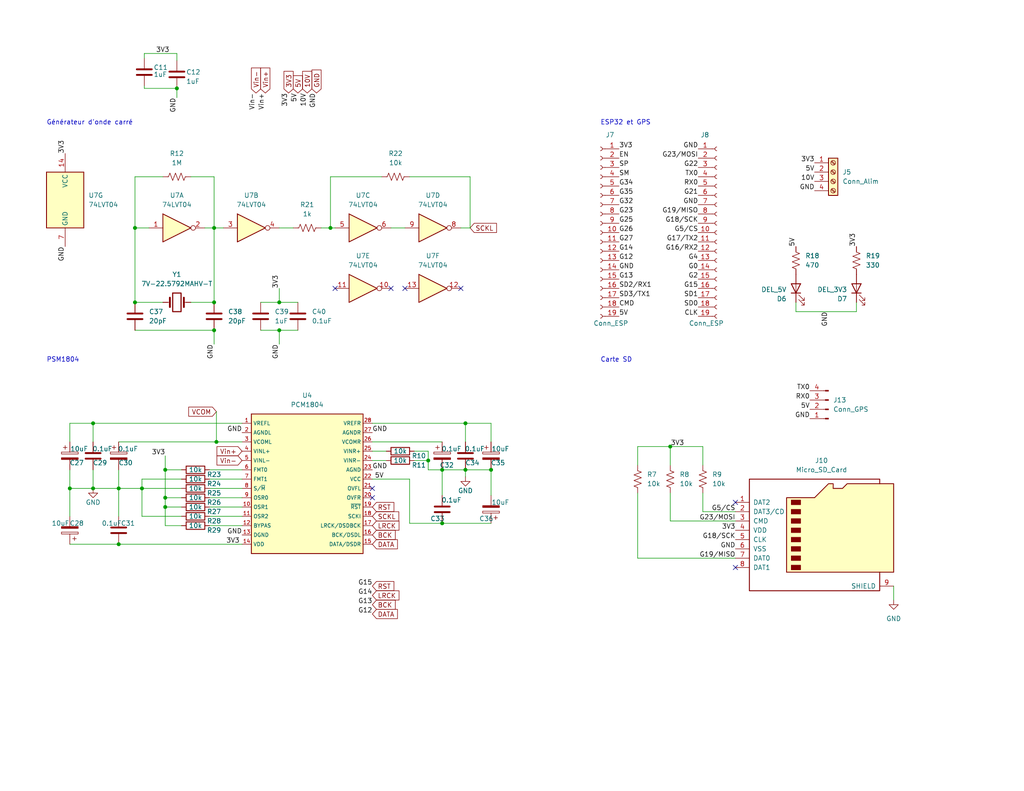
<source format=kicad_sch>
(kicad_sch (version 20211123) (generator eeschema)
  (paper "USLetter")
  (title_block (title "Ecou-Terre_PCB") (date "2023-01-23") (rev "v0") (company "CRIFA") (comment 1 "Eric Gingras") (comment 2 "Jacob Turcotte"))
  (lib_symbols
    (symbol "74xx:74HC04"
      (property "Reference" "U" (at 0 1.27 0))
      (property "Value" "74HC04" (at 0 -1.27 0))
      (symbol "74HC04_1_0"
        (polyline (pts (xy -3.81 3.81) (xy -3.81 -3.81) (xy 3.81 0) (xy -3.81 3.81)) (stroke (width 0.254)) (fill (type background)))
        (pin input line (at -7.62 0 0) (length 3.81) (name "~") (number "1"))
        (pin output inverted (at 7.62 0 180) (length 3.81) (name "~") (number "2"))
      )
      (symbol "74HC04_2_0"
        (polyline (pts (xy -3.81 3.81) (xy -3.81 -3.81) (xy 3.81 0) (xy -3.81 3.81)) (stroke (width 0.254)) (fill (type background)))
        (pin input line (at -7.62 0 0) (length 3.81) (name "~") (number "3"))
        (pin output inverted (at 7.62 0 180) (length 3.81) (name "~") (number "4"))
      )
      (symbol "74HC04_3_0"
        (polyline (pts (xy -3.81 3.81) (xy -3.81 -3.81) (xy 3.81 0) (xy -3.81 3.81)) (stroke (width 0.254)) (fill (type background)))
        (pin input line (at -7.62 0 0) (length 3.81) (name "~") (number "5"))
        (pin output inverted (at 7.62 0 180) (length 3.81) (name "~") (number "6"))
      )
      (symbol "74HC04_4_0"
        (polyline (pts (xy -3.81 3.81) (xy -3.81 -3.81) (xy 3.81 0) (xy -3.81 3.81)) (stroke (width 0.254)) (fill (type background)))
        (pin output inverted (at 7.62 0 180) (length 3.81) (name "~") (number "8"))
        (pin input line (at -7.62 0 0) (length 3.81) (name "~") (number "9"))
      )
      (symbol "74HC04_5_0"
        (polyline (pts (xy -3.81 3.81) (xy -3.81 -3.81) (xy 3.81 0) (xy -3.81 3.81)) (stroke (width 0.254)) (fill (type background)))
        (pin output inverted (at 7.62 0 180) (length 3.81) (name "~") (number "10"))
        (pin input line (at -7.62 0 0) (length 3.81) (name "~") (number "11"))
      )
      (symbol "74HC04_6_0"
        (polyline (pts (xy -3.81 3.81) (xy -3.81 -3.81) (xy 3.81 0) (xy -3.81 3.81)) (stroke (width 0.254)) (fill (type background)))
        (pin output inverted (at 7.62 0 180) (length 3.81) (name "~") (number "12"))
        (pin input line (at -7.62 0 0) (length 3.81) (name "~") (number "13"))
      )
      (symbol "74HC04_7_0"
        (pin power_in line (at 0 12.7 270) (length 5.08) (name "VCC") (number "14"))
        (pin power_in line (at 0 -12.7 90) (length 5.08) (name "GND") (number "7"))
      )
      (symbol "74HC04_7_1"
        (rectangle (start -5.08 7.62) (end 5.08 -7.62) (stroke (width 0.254)) (fill (type background)))
      )
    )
    (symbol "Connector:Conn_01x04_Male" (pin_names (offset 1.016) hide)
      (property "Reference" "J" (at 0 5.08 0))
      (property "Value" "Conn_01x04_Male" (at 0 -7.62 0))
      (symbol "Conn_01x04_Male_1_1"
        (polyline (pts (xy 1.27 -5.08) (xy 0.8636 -5.08)) (stroke (width 0.1524)))
        (polyline (pts (xy 1.27 -2.54) (xy 0.8636 -2.54)) (stroke (width 0.1524)))
        (polyline (pts (xy 1.27 0) (xy 0.8636 0)) (stroke (width 0.1524)))
        (polyline (pts (xy 1.27 2.54) (xy 0.8636 2.54)) (stroke (width 0.1524)))
        (rectangle (start 0.8636 -4.953) (end 0 -5.207) (stroke (width 0.1524)) (fill (type outline)))
        (rectangle (start 0.8636 -2.413) (end 0 -2.667) (stroke (width 0.1524)) (fill (type outline)))
        (rectangle (start 0.8636 0.127) (end 0 -0.127) (stroke (width 0.1524)) (fill (type outline)))
        (rectangle (start 0.8636 2.667) (end 0 2.413) (stroke (width 0.1524)) (fill (type outline)))
        (pin passive line (at 5.08 2.54 180) (length 3.81) (name "Pin_1") (number "1"))
        (pin passive line (at 5.08 0 180) (length 3.81) (name "Pin_2") (number "2"))
        (pin passive line (at 5.08 -2.54 180) (length 3.81) (name "Pin_3") (number "3"))
        (pin passive line (at 5.08 -5.08 180) (length 3.81) (name "Pin_4") (number "4"))
      )
    )
    (symbol "Connector:Conn_01x19_Female" (pin_names (offset 1.016) hide)
      (property "Reference" "J" (at 0 25.4 0))
      (property "Value" "Conn_01x19_Female" (at 0 -25.4 0))
      (symbol "Conn_01x19_Female_1_1"
        (arc (start 0 -22.352) (mid -0.508 -22.86) (end 0 -23.368) (stroke (width 0.1524)))
        (arc (start 0 -19.812) (mid -0.508 -20.32) (end 0 -20.828) (stroke (width 0.1524)))
        (arc (start 0 -17.272) (mid -0.508 -17.78) (end 0 -18.288) (stroke (width 0.1524)))
        (arc (start 0 -14.732) (mid -0.508 -15.24) (end 0 -15.748) (stroke (width 0.1524)))
        (arc (start 0 -12.192) (mid -0.508 -12.7) (end 0 -13.208) (stroke (width 0.1524)))
        (arc (start 0 -9.652) (mid -0.508 -10.16) (end 0 -10.668) (stroke (width 0.1524)))
        (arc (start 0 -7.112) (mid -0.508 -7.62) (end 0 -8.128) (stroke (width 0.1524)))
        (arc (start 0 -4.572) (mid -0.508 -5.08) (end 0 -5.588) (stroke (width 0.1524)))
        (arc (start 0 -2.032) (mid -0.508 -2.54) (end 0 -3.048) (stroke (width 0.1524)))
        (polyline (pts (xy -1.27 -22.86) (xy -0.508 -22.86)) (stroke (width 0.1524)))
        (polyline (pts (xy -1.27 -20.32) (xy -0.508 -20.32)) (stroke (width 0.1524)))
        (polyline (pts (xy -1.27 -17.78) (xy -0.508 -17.78)) (stroke (width 0.1524)))
        (polyline (pts (xy -1.27 -15.24) (xy -0.508 -15.24)) (stroke (width 0.1524)))
        (polyline (pts (xy -1.27 -12.7) (xy -0.508 -12.7)) (stroke (width 0.1524)))
        (polyline (pts (xy -1.27 -10.16) (xy -0.508 -10.16)) (stroke (width 0.1524)))
        (polyline (pts (xy -1.27 -7.62) (xy -0.508 -7.62)) (stroke (width 0.1524)))
        (polyline (pts (xy -1.27 -5.08) (xy -0.508 -5.08)) (stroke (width 0.1524)))
        (polyline (pts (xy -1.27 -2.54) (xy -0.508 -2.54)) (stroke (width 0.1524)))
        (polyline (pts (xy -1.27 0) (xy -0.508 0)) (stroke (width 0.1524)))
        (polyline (pts (xy -1.27 2.54) (xy -0.508 2.54)) (stroke (width 0.1524)))
        (polyline (pts (xy -1.27 5.08) (xy -0.508 5.08)) (stroke (width 0.1524)))
        (polyline (pts (xy -1.27 7.62) (xy -0.508 7.62)) (stroke (width 0.1524)))
        (polyline (pts (xy -1.27 10.16) (xy -0.508 10.16)) (stroke (width 0.1524)))
        (polyline (pts (xy -1.27 12.7) (xy -0.508 12.7)) (stroke (width 0.1524)))
        (polyline (pts (xy -1.27 15.24) (xy -0.508 15.24)) (stroke (width 0.1524)))
        (polyline (pts (xy -1.27 17.78) (xy -0.508 17.78)) (stroke (width 0.1524)))
        (polyline (pts (xy -1.27 20.32) (xy -0.508 20.32)) (stroke (width 0.1524)))
        (polyline (pts (xy -1.27 22.86) (xy -0.508 22.86)) (stroke (width 0.1524)))
        (arc (start 0 0.508) (mid -0.508 0) (end 0 -0.508) (stroke (width 0.1524)))
        (arc (start 0 3.048) (mid -0.508 2.54) (end 0 2.032) (stroke (width 0.1524)))
        (arc (start 0 5.588) (mid -0.508 5.08) (end 0 4.572) (stroke (width 0.1524)))
        (arc (start 0 8.128) (mid -0.508 7.62) (end 0 7.112) (stroke (width 0.1524)))
        (arc (start 0 10.668) (mid -0.508 10.16) (end 0 9.652) (stroke (width 0.1524)))
        (arc (start 0 13.208) (mid -0.508 12.7) (end 0 12.192) (stroke (width 0.1524)))
        (arc (start 0 15.748) (mid -0.508 15.24) (end 0 14.732) (stroke (width 0.1524)))
        (arc (start 0 18.288) (mid -0.508 17.78) (end 0 17.272) (stroke (width 0.1524)))
        (arc (start 0 20.828) (mid -0.508 20.32) (end 0 19.812) (stroke (width 0.1524)))
        (arc (start 0 23.368) (mid -0.508 22.86) (end 0 22.352) (stroke (width 0.1524)))
        (pin passive line (at -5.08 22.86 0) (length 3.81) (name "Pin_1") (number "1"))
        (pin passive line (at -5.08 0 0) (length 3.81) (name "Pin_10") (number "10"))
        (pin passive line (at -5.08 -2.54 0) (length 3.81) (name "Pin_11") (number "11"))
        (pin passive line (at -5.08 -5.08 0) (length 3.81) (name "Pin_12") (number "12"))
        (pin passive line (at -5.08 -7.62 0) (length 3.81) (name "Pin_13") (number "13"))
        (pin passive line (at -5.08 -10.16 0) (length 3.81) (name "Pin_14") (number "14"))
        (pin passive line (at -5.08 -12.7 0) (length 3.81) (name "Pin_15") (number "15"))
        (pin passive line (at -5.08 -15.24 0) (length 3.81) (name "Pin_16") (number "16"))
        (pin passive line (at -5.08 -17.78 0) (length 3.81) (name "Pin_17") (number "17"))
        (pin passive line (at -5.08 -20.32 0) (length 3.81) (name "Pin_18") (number "18"))
        (pin passive line (at -5.08 -22.86 0) (length 3.81) (name "Pin_19") (number "19"))
        (pin passive line (at -5.08 20.32 0) (length 3.81) (name "Pin_2") (number "2"))
        (pin passive line (at -5.08 17.78 0) (length 3.81) (name "Pin_3") (number "3"))
        (pin passive line (at -5.08 15.24 0) (length 3.81) (name "Pin_4") (number "4"))
        (pin passive line (at -5.08 12.7 0) (length 3.81) (name "Pin_5") (number "5"))
        (pin passive line (at -5.08 10.16 0) (length 3.81) (name "Pin_6") (number "6"))
        (pin passive line (at -5.08 7.62 0) (length 3.81) (name "Pin_7") (number "7"))
        (pin passive line (at -5.08 5.08 0) (length 3.81) (name "Pin_8") (number "8"))
        (pin passive line (at -5.08 2.54 0) (length 3.81) (name "Pin_9") (number "9"))
      )
    )
    (symbol "Connector:Micro_SD_Card" (pin_names (offset 1.016))
      (property "Reference" "J10" (at 0.635 19.05 0))
      (property "Value" "Micro_SD_Card" (at 0.635 16.51 0))
      (symbol "Micro_SD_Card_0_1"
        (rectangle (start -7.62 -9.525) (end -5.08 -10.795) (fill (type outline)))
        (rectangle (start -7.62 -6.985) (end -5.08 -8.255) (fill (type outline)))
        (rectangle (start -7.62 -4.445) (end -5.08 -5.715) (fill (type outline)))
        (rectangle (start -7.62 -1.905) (end -5.08 -3.175) (fill (type outline)))
        (rectangle (start -7.62 0.635) (end -5.08 -0.635) (fill (type outline)))
        (rectangle (start -7.62 3.175) (end -5.08 1.905) (fill (type outline)))
        (rectangle (start -7.62 5.715) (end -5.08 4.445) (fill (type outline)))
        (rectangle (start -7.62 8.255) (end -5.08 6.985) (fill (type outline)))
        (polyline (pts (xy 16.51 12.7) (xy 16.51 13.97) (xy -19.05 13.97) (xy -19.05 -16.51) (xy 16.51 -16.51) (xy 16.51 -11.43)) (stroke (width 0.254)))
        (polyline (pts (xy -8.89 -11.43) (xy -8.89 8.89) (xy -1.27 8.89) (xy 2.54 12.7) (xy 3.81 12.7) (xy 3.81 11.43) (xy 6.35 11.43) (xy 7.62 12.7) (xy 20.32 12.7) (xy 20.32 -11.43) (xy -8.89 -11.43)) (stroke (width 0.254)) (fill (type background)))
      )
      (symbol "Micro_SD_Card_1_1"
        (pin bidirectional line (at -22.86 7.62 0) (length 3.81) (name "DAT2") (number "1"))
        (pin bidirectional line (at -22.86 5.08 0) (length 3.81) (name "DAT3/CD") (number "2"))
        (pin input line (at -22.86 2.54 0) (length 3.81) (name "CMD") (number "3"))
        (pin power_in line (at -22.86 0 0) (length 3.81) (name "VDD") (number "4"))
        (pin input line (at -22.86 -2.54 0) (length 3.81) (name "CLK") (number "5"))
        (pin input line (at -22.86 -5.08 0) (length 3.81) (name "VSS") (number "6"))
        (pin bidirectional line (at -22.86 -7.62 0) (length 3.81) (name "DAT0") (number "7"))
        (pin bidirectional line (at -22.86 -10.16 0) (length 3.81) (name "DAT1") (number "8"))
        (pin passive line (at 20.32 -15.24 180) (length 3.81) (name "SHIELD") (number "9"))
      )
    )
    (symbol "Connector:Screw_Terminal_01x04" (pin_names (offset 1.016) hide)
      (property "Reference" "J" (at 0 5.08 0))
      (property "Value" "Screw_Terminal_01x04" (at 0 -7.62 0))
      (symbol "Screw_Terminal_01x04_1_1"
        (rectangle (start -1.27 3.81) (end 1.27 -6.35) (stroke (width 0.254)) (fill (type background)))
        (circle (center 0 -5.08) (radius 0.635) (stroke (width 0.1524)))
        (circle (center 0 -2.54) (radius 0.635) (stroke (width 0.1524)))
        (polyline (pts (xy -0.5334 -4.7498) (xy 0.3302 -5.588)) (stroke (width 0.1524)))
        (polyline (pts (xy -0.5334 -2.2098) (xy 0.3302 -3.048)) (stroke (width 0.1524)))
        (polyline (pts (xy -0.5334 0.3302) (xy 0.3302 -0.508)) (stroke (width 0.1524)))
        (polyline (pts (xy -0.5334 2.8702) (xy 0.3302 2.032)) (stroke (width 0.1524)))
        (polyline (pts (xy -0.3556 -4.572) (xy 0.508 -5.4102)) (stroke (width 0.1524)))
        (polyline (pts (xy -0.3556 -2.032) (xy 0.508 -2.8702)) (stroke (width 0.1524)))
        (polyline (pts (xy -0.3556 0.508) (xy 0.508 -0.3302)) (stroke (width 0.1524)))
        (polyline (pts (xy -0.3556 3.048) (xy 0.508 2.2098)) (stroke (width 0.1524)))
        (circle (center 0 0) (radius 0.635) (stroke (width 0.1524)))
        (circle (center 0 2.54) (radius 0.635) (stroke (width 0.1524)))
        (pin passive line (at -5.08 2.54 0) (length 3.81) (name "Pin_1") (number "1"))
        (pin passive line (at -5.08 0 0) (length 3.81) (name "Pin_2") (number "2"))
        (pin passive line (at -5.08 -2.54 0) (length 3.81) (name "Pin_3") (number "3"))
        (pin passive line (at -5.08 -5.08 0) (length 3.81) (name "Pin_4") (number "4"))
      )
    )
    (symbol "Device:C" (pin_numbers hide) (pin_names (offset 0.254))
      (property "Reference" "C" (at 0.635 2.54 0))
      (property "Value" "C" (at 0.635 -2.54 0))
      (symbol "C_0_1"
        (polyline (pts (xy -2.032 -0.762) (xy 2.032 -0.762)) (stroke (width 0.508)))
        (polyline (pts (xy -2.032 0.762) (xy 2.032 0.762)) (stroke (width 0.508)))
      )
      (symbol "C_1_1"
        (pin passive line (at 0 3.81 270) (length 2.794) (name "~") (number "1"))
        (pin passive line (at 0 -3.81 90) (length 2.794) (name "~") (number "2"))
      )
    )
    (symbol "Device:C_Polarized" (pin_numbers hide) (pin_names (offset 0.254))
      (property "Reference" "C" (at 0.635 2.54 0))
      (property "Value" "C_Polarized" (at 0.635 -2.54 0))
      (symbol "C_Polarized_0_1"
        (rectangle (start -2.286 0.508) (end 2.286 1.016))
        (polyline (pts (xy -1.778 2.286) (xy -0.762 2.286)))
        (polyline (pts (xy -1.27 2.794) (xy -1.27 1.778)))
        (rectangle (start 2.286 -0.508) (end -2.286 -1.016) (fill (type outline)))
      )
      (symbol "C_Polarized_1_1"
        (pin passive line (at 0 3.81 270) (length 2.794) (name "~") (number "1"))
        (pin passive line (at 0 -3.81 90) (length 2.794) (name "~") (number "2"))
      )
    )
    (symbol "Device:Crystal" (pin_numbers hide) (pin_names (offset 1.016) hide)
      (property "Reference" "Y" (at 0 3.81 0))
      (property "Value" "Crystal" (at 0 -3.81 0))
      (symbol "Crystal_0_1"
        (rectangle (start -1.143 2.54) (end 1.143 -2.54) (stroke (width 0.3048)))
        (polyline (pts (xy -2.54 0) (xy -1.905 0)))
        (polyline (pts (xy -1.905 -1.27) (xy -1.905 1.27)) (stroke (width 0.508)))
        (polyline (pts (xy 1.905 -1.27) (xy 1.905 1.27)) (stroke (width 0.508)))
        (polyline (pts (xy 2.54 0) (xy 1.905 0)))
      )
      (symbol "Crystal_1_1"
        (pin passive line (at -3.81 0 0) (length 1.27) (name "1") (number "1"))
        (pin passive line (at 3.81 0 180) (length 1.27) (name "2") (number "2"))
      )
    )
    (symbol "Device:LED" (pin_numbers hide) (pin_names (offset 1.016) hide)
      (property "Reference" "D" (at 0 2.54 0))
      (property "Value" "LED" (at 0 -2.54 0))
      (symbol "LED_0_1"
        (polyline (pts (xy -1.27 -1.27) (xy -1.27 1.27)) (stroke (width 0.254)))
        (polyline (pts (xy -1.27 0) (xy 1.27 0)))
        (polyline (pts (xy 1.27 -1.27) (xy 1.27 1.27) (xy -1.27 0) (xy 1.27 -1.27)) (stroke (width 0.254)))
        (polyline (pts (xy -3.048 -0.762) (xy -4.572 -2.286) (xy -3.81 -2.286) (xy -4.572 -2.286) (xy -4.572 -1.524)))
        (polyline (pts (xy -1.778 -0.762) (xy -3.302 -2.286) (xy -2.54 -2.286) (xy -3.302 -2.286) (xy -3.302 -1.524)))
      )
      (symbol "LED_1_1"
        (pin passive line (at -3.81 0 0) (length 2.54) (name "K") (number "1"))
        (pin passive line (at 3.81 0 180) (length 2.54) (name "A") (number "2"))
      )
    )
    (symbol "Device:R" (pin_numbers hide) (pin_names (offset 0))
      (property "Reference" "R" (at 2.032 0 90))
      (property "Value" "R" (at 0 0 90))
      (symbol "R_0_1"
        (rectangle (start -1.016 -2.54) (end 1.016 2.54) (stroke (width 0.254)))
      )
      (symbol "R_1_1"
        (pin passive line (at 0 3.81 270) (length 1.27) (name "~") (number "1"))
        (pin passive line (at 0 -3.81 90) (length 1.27) (name "~") (number "2"))
      )
    )
    (symbol "Device:R_US" (pin_numbers hide) (pin_names (offset 0))
      (property "Reference" "R" (at 2.54 0 90))
      (property "Value" "R_US" (at -2.54 0 90))
      (symbol "R_US_0_1"
        (polyline (pts (xy 0 -2.286) (xy 0 -2.54)))
        (polyline (pts (xy 0 2.286) (xy 0 2.54)))
        (polyline (pts (xy 0 -0.762) (xy 1.016 -1.143) (xy 0 -1.524) (xy -1.016 -1.905) (xy 0 -2.286)))
        (polyline (pts (xy 0 0.762) (xy 1.016 0.381) (xy 0 0) (xy -1.016 -0.381) (xy 0 -0.762)))
        (polyline (pts (xy 0 2.286) (xy 1.016 1.905) (xy 0 1.524) (xy -1.016 1.143) (xy 0 0.762)))
      )
      (symbol "R_US_1_1"
        (pin passive line (at 0 3.81 270) (length 1.27) (name "~") (number "1"))
        (pin passive line (at 0 -3.81 90) (length 1.27) (name "~") (number "2"))
      )
    )
    (symbol "PCM1804:PCM1804"
      (property "Reference" "U" (at 0 0 0))
      (property "Value" "PCM1804" (at 0 -40.64 0))
      (symbol "PCM1804_0_0"
        (rectangle (start -15.24 -39.37) (end 15.24 -1.27) (stroke (width 0.254)) (fill (type background)))
        (pin input line (at -17.78 -3.81 0) (length 2.54) (name "VREFL") (number "1"))
        (pin input line (at -17.78 -26.67 0) (length 2.54) (name "OSR1") (number "10"))
        (pin input line (at -17.78 -29.21 0) (length 2.54) (name "OSR2") (number "11"))
        (pin input line (at -17.78 -31.75 0) (length 2.54) (name "BYPAS") (number "12"))
        (pin input line (at -17.78 -34.29 0) (length 2.54) (name "DGND") (number "13"))
        (pin input line (at -17.78 -36.83 0) (length 2.54) (name "VDD") (number "14"))
        (pin output line (at 17.78 -36.83 180) (length 2.54) (name "DATA/DSDR") (number "15"))
        (pin bidirectional line (at 17.78 -34.29 180) (length 2.54) (name "BCK/DSDL") (number "16"))
        (pin bidirectional line (at 17.78 -31.75 180) (length 2.54) (name "LRCK/DSDBCK") (number "17"))
        (pin input line (at 17.78 -29.21 180) (length 2.54) (name "SCKI") (number "18"))
        (pin input line (at 17.78 -26.67 180) (length 2.54) (name "~{RST}") (number "19"))
        (pin input line (at -17.78 -6.35 0) (length 2.54) (name "AGNDL") (number "2"))
        (pin output line (at 17.78 -24.13 180) (length 2.54) (name "OVFR") (number "20"))
        (pin output line (at 17.78 -21.59 180) (length 2.54) (name "OVFL") (number "21"))
        (pin input line (at 17.78 -19.05 180) (length 2.54) (name "VCC") (number "22"))
        (pin input line (at 17.78 -16.51 180) (length 2.54) (name "AGND") (number "23"))
        (pin input line (at 17.78 -13.97 180) (length 2.54) (name "VINR-") (number "24"))
        (pin input line (at 17.78 -11.43 180) (length 2.54) (name "VINR+") (number "25"))
        (pin input line (at 17.78 -8.89 180) (length 2.54) (name "VCOMR") (number "26"))
        (pin input line (at 17.78 -6.35 180) (length 2.54) (name "AGNDR") (number "27"))
        (pin input line (at 17.78 -3.81 180) (length 2.54) (name "VREFR") (number "28"))
        (pin input line (at -17.78 -8.89 0) (length 2.54) (name "VCOML") (number "3"))
        (pin input line (at -17.78 -11.43 0) (length 2.54) (name "VINL+") (number "4"))
        (pin input line (at -17.78 -13.97 0) (length 2.54) (name "VINL-") (number "5"))
        (pin input line (at -17.78 -16.51 0) (length 2.54) (name "FMT0") (number "6"))
        (pin input line (at -17.78 -19.05 0) (length 2.54) (name "FMT1") (number "7"))
        (pin input line (at -17.78 -21.59 0) (length 2.54) (name "S/~{M}") (number "8"))
        (pin input line (at -17.78 -24.13 0) (length 2.54) (name "OSR0") (number "9"))
      )
    )
    (symbol "power:GND" (power) (pin_names (offset 0))
      (property "Value" "GND" (at 0 -3.81 0))
      (symbol "GND_0_1"
        (polyline (pts (xy 0 0) (xy 0 -1.27) (xy 1.27 -1.27) (xy 0 -2.54) (xy -1.27 -1.27) (xy 0 -1.27)))
      )
      (symbol "GND_1_1"
        (pin power_in line (at 0 0 270) (length 0) hide (name "GND") (number "1"))
      )
    )
  )
  (junction (at 38.735 133.35))
  (junction (at 76.2 90.17))
  (junction (at 120.65 128.27))
  (junction (at 45.085 135.89))
  (junction (at 48.26 24.13))
  (junction (at 45.085 128.27))
  (junction (at 58.42 82.55))
  (junction (at 58.42 90.17))
  (junction (at 90.17 62.23))
  (junction (at 133.985 128.27))
  (junction (at 127 115.57))
  (junction (at 120.65 142.875))
  (junction (at 182.88 121.92))
  (junction (at 58.42 62.23))
  (junction (at 36.83 82.55))
  (junction (at 36.83 62.23))
  (junction (at 32.385 148.59))
  (junction (at 59.055 120.65))
  (junction (at 19.05 133.35))
  (junction (at 25.4 115.57))
  (junction (at 25.4 133.35))
  (junction (at 116.84 125.73))
  (junction (at 76.2 82.55))
  (junction (at 32.385 133.35))
  (junction (at 45.085 138.43))
  (junction (at 127 128.27))
  (no_connect (at 200.66 137.16))
  (no_connect (at 200.66 154.94))
  (no_connect (at 101.6 133.35))
  (no_connect (at 91.44 78.74))
  (no_connect (at 106.68 78.74))
  (no_connect (at 125.73 78.74))
  (no_connect (at 110.49 78.74))
  (no_connect (at 101.6 135.89))
  (wire (pts (xy 45.085 138.43) (xy 45.085 143.51)))
  (wire (pts (xy 128.27 48.26) (xy 128.27 62.23)))
  (wire (pts (xy 48.26 14.605) (xy 48.26 16.51)))
  (wire (pts (xy 32.385 128.27) (xy 32.385 133.35)))
  (wire (pts (xy 44.45 48.26) (xy 36.83 48.26)))
  (wire (pts (xy 191.77 127) (xy 191.77 121.92)))
  (wire (pts (xy 39.37 14.605) (xy 39.37 15.875)))
  (wire (pts (xy 120.65 128.27) (xy 116.84 128.27)))
  (wire (pts (xy 32.385 133.35) (xy 25.4 133.35)))
  (wire (pts (xy 120.65 142.875) (xy 133.985 142.875)))
  (wire (pts (xy 57.15 140.97) (xy 66.04 140.97)))
  (wire (pts (xy 45.085 128.27) (xy 49.53 128.27)))
  (wire (pts (xy 55.88 62.23) (xy 58.42 62.23)))
  (wire (pts (xy 233.68 82.55) (xy 233.68 85.09)))
  (wire (pts (xy 101.6 115.57) (xy 127 115.57)))
  (wire (pts (xy 90.17 62.23) (xy 91.44 62.23)))
  (wire (pts (xy 120.65 128.27) (xy 127 128.27)))
  (wire (pts (xy 32.385 120.65) (xy 59.055 120.65)))
  (wire (pts (xy 133.985 128.27) (xy 133.985 135.255)))
  (wire (pts (xy 19.05 148.59) (xy 32.385 148.59)))
  (wire (pts (xy 101.6 130.81) (xy 111.76 130.81)))
  (wire (pts (xy 200.66 152.4) (xy 173.99 152.4)))
  (wire (pts (xy 45.085 143.51) (xy 49.53 143.51)))
  (wire (pts (xy 45.085 135.89) (xy 49.53 135.89)))
  (wire (pts (xy 57.15 128.27) (xy 66.04 128.27)))
  (wire (pts (xy 32.385 133.35) (xy 32.385 140.97)))
  (wire (pts (xy 101.6 120.65) (xy 120.65 120.65)))
  (wire (pts (xy 25.4 115.57) (xy 25.4 120.65)))
  (wire (pts (xy 57.15 138.43) (xy 66.04 138.43)))
  (wire (pts (xy 38.735 140.97) (xy 49.53 140.97)))
  (wire (pts (xy 25.4 128.27) (xy 25.4 133.35)))
  (wire (pts (xy 101.6 123.19) (xy 105.41 123.19)))
  (wire (pts (xy 182.88 127) (xy 182.88 121.92)))
  (wire (pts (xy 19.05 120.65) (xy 19.05 115.57)))
  (wire (pts (xy 128.27 62.23) (xy 125.73 62.23)))
  (wire (pts (xy 133.985 115.57) (xy 127 115.57)))
  (wire (pts (xy 71.12 90.17) (xy 76.2 90.17)))
  (wire (pts (xy 76.2 82.55) (xy 81.28 82.55)))
  (wire (pts (xy 19.05 128.27) (xy 19.05 133.35)))
  (wire (pts (xy 45.085 138.43) (xy 49.53 138.43)))
  (wire (pts (xy 32.385 148.59) (xy 66.04 148.59)))
  (wire (pts (xy 57.15 130.81) (xy 66.04 130.81)))
  (wire (pts (xy 90.17 48.26) (xy 90.17 62.23)))
  (wire (pts (xy 52.07 82.55) (xy 58.42 82.55)))
  (wire (pts (xy 116.84 123.19) (xy 116.84 125.73)))
  (wire (pts (xy 173.99 152.4) (xy 173.99 134.62)))
  (wire (pts (xy 38.735 133.35) (xy 32.385 133.35)))
  (wire (pts (xy 133.985 120.65) (xy 133.985 115.57)))
  (wire (pts (xy 52.07 48.26) (xy 58.42 48.26)))
  (wire (pts (xy 111.76 142.875) (xy 120.65 142.875)))
  (wire (pts (xy 36.83 48.26) (xy 36.83 62.23)))
  (wire (pts (xy 39.37 14.605) (xy 48.26 14.605)))
  (wire (pts (xy 127 128.27) (xy 127 130.175)))
  (wire (pts (xy 45.085 128.27) (xy 45.085 135.89)))
  (wire (pts (xy 173.99 127) (xy 173.99 121.92)))
  (wire (pts (xy 60.96 62.23) (xy 58.42 62.23)))
  (wire (pts (xy 36.83 62.23) (xy 36.83 82.55)))
  (wire (pts (xy 57.15 143.51) (xy 66.04 143.51)))
  (wire (pts (xy 120.65 128.27) (xy 120.65 135.255)))
  (wire (pts (xy 45.085 135.89) (xy 45.085 138.43)))
  (wire (pts (xy 76.2 90.17) (xy 81.28 90.17)))
  (wire (pts (xy 76.2 78.74) (xy 76.2 82.55)))
  (wire (pts (xy 191.77 139.7) (xy 191.77 134.62)))
  (wire (pts (xy 58.42 93.98) (xy 58.42 90.17)))
  (wire (pts (xy 39.37 23.495) (xy 39.37 24.13)))
  (wire (pts (xy 106.68 62.23) (xy 110.49 62.23)))
  (wire (pts (xy 38.735 130.81) (xy 38.735 133.35)))
  (wire (pts (xy 76.2 62.23) (xy 80.01 62.23)))
  (wire (pts (xy 57.15 135.89) (xy 66.04 135.89)))
  (wire (pts (xy 127 128.27) (xy 133.985 128.27)))
  (wire (pts (xy 66.04 115.57) (xy 25.4 115.57)))
  (wire (pts (xy 36.83 90.17) (xy 58.42 90.17)))
  (wire (pts (xy 127 115.57) (xy 127 120.65)))
  (wire (pts (xy 217.17 85.09) (xy 233.68 85.09)))
  (wire (pts (xy 58.42 62.23) (xy 58.42 82.55)))
  (wire (pts (xy 45.085 124.46) (xy 45.085 128.27)))
  (wire (pts (xy 39.37 24.13) (xy 48.26 24.13)))
  (wire (pts (xy 40.64 62.23) (xy 36.83 62.23)))
  (wire (pts (xy 48.26 26.67) (xy 48.26 24.13)))
  (wire (pts (xy 111.76 48.26) (xy 128.27 48.26)))
  (wire (pts (xy 116.84 128.27) (xy 116.84 125.73)))
  (wire (pts (xy 87.63 62.23) (xy 90.17 62.23)))
  (wire (pts (xy 19.05 115.57) (xy 25.4 115.57)))
  (wire (pts (xy 173.99 121.92) (xy 182.88 121.92)))
  (wire (pts (xy 76.2 93.98) (xy 76.2 90.17)))
  (wire (pts (xy 182.88 134.62) (xy 182.88 142.24)))
  (wire (pts (xy 44.45 82.55) (xy 36.83 82.55)))
  (wire (pts (xy 243.84 160.02) (xy 243.84 163.83)))
  (wire (pts (xy 38.735 130.81) (xy 49.53 130.81)))
  (wire (pts (xy 113.03 123.19) (xy 116.84 123.19)))
  (wire (pts (xy 182.88 121.92) (xy 191.77 121.92)))
  (wire (pts (xy 104.14 48.26) (xy 90.17 48.26)))
  (wire (pts (xy 19.05 133.35) (xy 19.05 140.97)))
  (wire (pts (xy 57.15 133.35) (xy 66.04 133.35)))
  (wire (pts (xy 101.6 125.73) (xy 105.41 125.73)))
  (wire (pts (xy 182.88 142.24) (xy 200.66 142.24)))
  (wire (pts (xy 59.055 120.65) (xy 59.055 112.395)))
  (wire (pts (xy 38.735 133.35) (xy 38.735 140.97)))
  (wire (pts (xy 58.42 48.26) (xy 58.42 62.23)))
  (wire (pts (xy 200.66 139.7) (xy 191.77 139.7)))
  (wire (pts (xy 217.17 82.55) (xy 217.17 85.09)))
  (wire (pts (xy 111.76 130.81) (xy 111.76 142.875)))
  (wire (pts (xy 38.735 133.35) (xy 49.53 133.35)))
  (wire (pts (xy 59.055 120.65) (xy 66.04 120.65)))
  (wire (pts (xy 19.05 133.35) (xy 25.4 133.35)))
  (wire (pts (xy 113.03 125.73) (xy 116.84 125.73)))
  (wire (pts (xy 71.12 82.55) (xy 76.2 82.55)))
  (text "ESP32 et GPS\n" (at 163.83 34.29 0) (effects (font (size 1.27 1.27)) (justify left bottom)))
  (text "Générateur d'onde carré\n" (at 12.7 34.29 0) (effects (font (size 1.27 1.27)) (justify left bottom)))
  (text "PSM1804" (at 12.7 99.06 0) (effects (font (size 1.27 1.27)) (justify left bottom)))
  (text "Carte SD\n" (at 163.83 99.06 0) (effects (font (size 1.27 1.27)) (justify left bottom)))
  (label "SD0" (at 190.5 83.82 180))
  (label "G27" (at 168.91 66.04 0))
  (label "SM" (at 168.91 48.26 0))
  (label "Vin-" (at 69.85 25.4 270))
  (label "GND" (at 86.36 25.4 270))
  (label "Vin+" (at 72.39 25.4 270))
  (label "GND" (at 48.26 26.67 270))
  (label "GND" (at 58.42 93.98 270))
  (label "GND" (at 226.06 85.09 270))
  (label "CLK" (at 190.5 86.36 180))
  (label "G2" (at 190.5 76.2 180))
  (label "3V3" (at 186.69 121.92 180))
  (label "SD2{slash}RX1" (at 168.91 78.74 0))
  (label "3V3" (at 65.405 148.59 180))
  (label "EN" (at 168.91 43.18 0))
  (label "G22" (at 190.5 45.72 180))
  (label "3V3" (at 222.25 44.45 180))
  (label "3V3" (at 200.66 144.78 180))
  (label "SP" (at 168.91 45.72 0))
  (label "TX0" (at 190.5 48.26 180))
  (label "3V3" (at 78.74 25.4 270))
  (label "G15" (at 101.6 160.02 180))
  (label "G23{slash}MOSI" (at 200.66 142.24 180))
  (label "GND" (at 101.6 118.11 0))
  (label "GND" (at 190.5 55.88 180))
  (label "GND" (at 17.78 67.31 270))
  (label "CMD" (at 168.91 83.82 0))
  (label "5V" (at 102.235 130.81 0))
  (label "G14" (at 168.91 68.58 0))
  (label "TX0" (at 220.98 106.68 180))
  (label "5V" (at 217.17 67.31 90))
  (label "G18{slash}SCK" (at 190.5 60.96 180))
  (label "G13" (at 168.91 76.2 0))
  (label "G26" (at 168.91 63.5 0))
  (label "G5{slash}CS" (at 190.5 63.5 180))
  (label "GND" (at 66.04 146.05 180))
  (label "G19{slash}MISO" (at 190.5 58.42 180))
  (label "G17{slash}TX2" (at 190.5 66.04 180))
  (label "G21" (at 190.5 53.34 180))
  (label "5V" (at 168.91 86.36 0))
  (label "G25" (at 168.91 60.96 0))
  (label "3V3" (at 76.2 78.74 90))
  (label "G12" (at 168.91 71.12 0))
  (label "G5{slash}CS" (at 200.66 139.7 180))
  (label "GND" (at 222.25 52.07 180))
  (label "G18{slash}SCK" (at 200.66 147.32 180))
  (label "SD1" (at 190.5 81.28 180))
  (label "3V3" (at 45.085 124.46 180))
  (label "GND" (at 76.2 93.98 270))
  (label "G12" (at 101.6 167.64 180))
  (label "G19{slash}MISO" (at 200.66 152.4 180))
  (label "G35" (at 168.91 53.34 0))
  (label "3V3" (at 233.68 67.31 90))
  (label "GND" (at 101.6 128.27 0))
  (label "G14" (at 101.6 162.56 180))
  (label "10V" (at 222.25 49.53 180))
  (label "5V" (at 81.28 25.4 270))
  (label "3V3" (at 168.91 40.64 0))
  (label "RX0" (at 190.5 50.8 180))
  (label "5V" (at 220.98 111.76 180))
  (label "G16{slash}RX2" (at 190.5 68.58 180))
  (label "10V" (at 83.82 25.4 270))
  (label "GND" (at 66.04 118.11 180))
  (label "GND" (at 220.98 114.3 180))
  (label "G34" (at 168.91 50.8 0))
  (label "G23{slash}MOSI" (at 190.5 43.18 180))
  (label "GND" (at 168.91 73.66 0))
  (label "5V" (at 222.25 46.99 180))
  (label "G15" (at 190.5 78.74 180))
  (label "RX0" (at 220.98 109.22 180))
  (label "G0" (at 190.5 73.66 180))
  (label "G4" (at 190.5 71.12 180))
  (label "SD3{slash}TX1" (at 168.91 81.28 0))
  (label "3V3" (at 42.545 14.605 0))
  (label "3V3" (at 17.78 41.91 90))
  (label "G32" (at 168.91 55.88 0))
  (label "GND" (at 190.5 40.64 180))
  (label "G13" (at 101.6 165.1 180))
  (label "G23" (at 168.91 58.42 0))
  (label "GND" (at 200.66 149.86 180))
  (global_label "DATA" (shape input) (at 101.6 167.64 0) (property "Intersheet References" "${INTERSHEET_REFS}" (effects hide)))
  (global_label "Vin+" (shape input) (at 72.39 25.4 90) (property "Intersheet References" "${INTERSHEET_REFS}" (effects hide)))
  (global_label "RST" (shape input) (at 101.6 138.43 0) (property "Intersheet References" "${INTERSHEET_REFS}" (effects hide)))
  (global_label "SCKL" (shape input) (at 128.27 62.23 0) (property "Intersheet References" "${INTERSHEET_REFS}" (effects hide)))
  (global_label "SCKL" (shape input) (at 101.6 140.97 0) (property "Intersheet References" "${INTERSHEET_REFS}" (effects hide)))
  (global_label "GND" (shape input) (at 86.36 25.4 90) (property "Intersheet References" "${INTERSHEET_REFS}" (effects hide)))
  (global_label "3V3" (shape input) (at 78.74 25.4 90) (property "Intersheet References" "${INTERSHEET_REFS}" (effects hide)))
  (global_label "Vin-" (shape input) (at 69.85 25.4 90) (property "Intersheet References" "${INTERSHEET_REFS}" (effects hide)))
  (global_label "LRCK" (shape input) (at 101.6 143.51 0) (property "Intersheet References" "${INTERSHEET_REFS}" (effects hide)))
  (global_label "5V" (shape input) (at 81.28 25.4 90) (property "Intersheet References" "${INTERSHEET_REFS}" (effects hide)))
  (global_label "DATA" (shape input) (at 101.6 148.59 0) (property "Intersheet References" "${INTERSHEET_REFS}" (effects hide)))
  (global_label "10V" (shape input) (at 83.82 25.4 90) (property "Intersheet References" "${INTERSHEET_REFS}" (effects hide)))
  (global_label "LRCK" (shape input) (at 101.6 162.56 0) (property "Intersheet References" "${INTERSHEET_REFS}" (effects hide)))
  (global_label "BCK" (shape input) (at 101.6 146.05 0) (property "Intersheet References" "${INTERSHEET_REFS}" (effects hide)))
  (global_label "BCK" (shape input) (at 101.6 165.1 0) (property "Intersheet References" "${INTERSHEET_REFS}" (effects hide)))
  (global_label "RST" (shape input) (at 101.6 160.02 0) (property "Intersheet References" "${INTERSHEET_REFS}" (effects hide)))
  (global_label "Vin+" (shape input) (at 66.04 123.19 180) (property "Intersheet References" "${INTERSHEET_REFS}" (effects hide)))
  (global_label "Vin-" (shape input) (at 66.04 125.73 180) (property "Intersheet References" "${INTERSHEET_REFS}" (effects hide)))
  (global_label "VCOM" (shape input) (at 59.055 112.395 180) (property "Intersheet References" "${INTERSHEET_REFS}" (effects hide)))
  (symbol (lib_id "Device:C_Polarized") (at 133.985 124.46 0) (unit 1)
    (property "Reference" "C35" (at 135.89 126.365 0))
    (property "Value" "10uF" (at 136.525 122.555 0))
    (property "Footprint" "Capacitor_SMD:C_0805_2012Metric_Pad1.18x1.45mm_HandSolder" (effects hide))
  )
  (symbol (lib_id "Device:C") (at 58.42 86.36 0) (unit 1)
    (property "Reference" "C38" (at 62.23 85.0899 0) (effects (justify left)))
    (property "Value" "20pF" (at 62.23 87.6299 0) (effects (justify left)))
    (property "Footprint" "Capacitor_SMD:C_0805_2012Metric_Pad1.18x1.45mm_HandSolder" (effects hide))
  )
  (symbol (lib_id "Connector:Screw_Terminal_01x04") (at 227.33 46.99 0) (unit 1)
    (property "Reference" "J5" (at 229.87 46.9899 0) (effects (justify left)))
    (property "Value" "Conn_Alim" (at 229.87 49.5299 0) (effects (justify left)))
    (property "Footprint" "TerminalBlock:TerminalBlock_bornier-4_P5.08mm" (effects hide))
  )
  (symbol (lib_id "Connector:Conn_01x19_Female") (at 163.83 63.5 0) (mirror y) (unit 1)
    (property "Reference" "J7" (at 167.64 36.83 0) (effects (justify left)))
    (property "Value" "Conn_ESP" (at 171.45 88.265 0) (effects (justify left)))
    (property "Footprint" "Connector_PinSocket_2.54mm:PinSocket_1x19_P2.54mm_Vertical" (effects hide))
  )
  (symbol (lib_id "Device:C_Polarized") (at 19.05 144.78 180) (unit 1)
    (property "Reference" "C28" (at 20.955 142.875 0))
    (property "Value" "10uF" (at 16.51 142.875 0))
    (property "Footprint" "Capacitor_SMD:C_0805_2012Metric_Pad1.18x1.45mm_HandSolder" (effects hide))
  )
  (symbol (lib_id "Device:R") (at 53.34 143.51 90) (unit 1)
    (property "Reference" "R29" (at 58.42 144.78 90))
    (property "Value" "10k" (at 53.34 143.51 90))
    (property "Footprint" "Resistor_SMD:R_0805_2012Metric_Pad1.20x1.40mm_HandSolder" (effects hide))
  )
  (symbol (lib_id "Device:R") (at 109.22 123.19 90) (unit 1)
    (property "Reference" "R10" (at 114.3 124.46 90))
    (property "Value" "10k" (at 109.22 123.19 90))
    (property "Footprint" "Resistor_SMD:R_0805_2012Metric_Pad1.20x1.40mm_HandSolder" (effects hide))
  )
  (symbol (lib_id "Device:R") (at 53.34 128.27 90) (unit 1)
    (property "Reference" "R23" (at 58.42 129.54 90))
    (property "Value" "10k" (at 53.34 128.27 90))
    (property "Footprint" "Resistor_SMD:R_0805_2012Metric_Pad1.20x1.40mm_HandSolder" (effects hide))
  )
  (symbol (lib_id "74xx:74HC04") (at 99.06 62.23 0) (unit 3)
    (property "Reference" "U7" (at 99.06 53.34 0))
    (property "Value" "74LVT04" (at 99.06 55.88 0))
    (property "Footprint" "Package_SO:SOIC-14_3.9x8.7mm_P1.27mm" (effects hide))
    (property "Datasheet" "https://assets.nexperia.com/documents/data-sheet/74HC_HCT04.pdf" (effects hide))
  )
  (symbol (lib_id "Device:R") (at 53.34 140.97 90) (unit 1)
    (property "Reference" "R28" (at 58.42 142.24 90))
    (property "Value" "10k" (at 53.34 140.97 90))
    (property "Footprint" "Resistor_SMD:R_0805_2012Metric_Pad1.20x1.40mm_HandSolder" (effects hide))
  )
  (symbol (lib_id "74xx:74HC04") (at 118.11 78.74 0) (unit 6)
    (property "Reference" "U7" (at 118.11 69.85 0))
    (property "Value" "74LVT04" (at 118.11 72.39 0))
    (property "Footprint" "Package_SO:SOIC-14_3.9x8.7mm_P1.27mm" (effects hide))
    (property "Datasheet" "https://assets.nexperia.com/documents/data-sheet/74HC_HCT04.pdf" (effects hide))
  )
  (symbol (lib_id "power:GND") (at 127 130.175 0) (unit 1)
    (property "Reference" "#PWR010" (effects hide))
    (property "Value" "GND" (at 127 133.985 0))
  )
  (symbol (lib_id "74xx:74HC04") (at 48.26 62.23 0) (unit 1)
    (property "Reference" "U7" (at 48.26 53.34 0))
    (property "Value" "74LVT04" (at 48.26 55.88 0))
    (property "Footprint" "Package_SO:SOIC-14_3.9x8.7mm_P1.27mm" (effects hide))
    (property "Datasheet" "https://assets.nexperia.com/documents/data-sheet/74HC_HCT04.pdf" (effects hide))
  )
  (symbol (lib_id "Device:C") (at 36.83 86.36 0) (unit 1)
    (property "Reference" "C37" (at 40.64 85.0899 0) (effects (justify left)))
    (property "Value" "20pF" (at 40.64 87.6299 0) (effects (justify left)))
    (property "Footprint" "Capacitor_SMD:C_0805_2012Metric_Pad1.18x1.45mm_HandSolder" (effects hide))
  )
  (symbol (lib_id "Device:LED") (at 233.68 78.74 90) (unit 1)
    (property "Reference" "D7" (at 231.14 81.5976 90) (effects (justify left)))
    (property "Value" "DEL_3V3" (at 231.14 79.0576 90) (effects (justify left)))
    (property "Footprint" "LED_SMD:LED_0805_2012Metric_Pad1.15x1.40mm_HandSolder" (effects hide))
  )
  (symbol (lib_id "74xx:74HC04") (at 68.58 62.23 0) (unit 2)
    (property "Reference" "U7" (at 68.58 53.34 0))
    (property "Value" "74LVT04" (at 68.58 55.88 0))
    (property "Footprint" "Package_SO:SOIC-14_3.9x8.7mm_P1.27mm" (effects hide))
    (property "Datasheet" "https://assets.nexperia.com/documents/data-sheet/74HC_HCT04.pdf" (effects hide))
  )
  (symbol (lib_id "Device:C") (at 25.4 124.46 180) (unit 1)
    (property "Reference" "C29" (at 27.305 126.365 0))
    (property "Value" "0.1uF" (at 27.94 122.555 0))
    (property "Footprint" "Capacitor_SMD:C_0805_2012Metric_Pad1.18x1.45mm_HandSolder" (effects hide))
  )
  (symbol (lib_id "Device:LED") (at 217.17 78.74 90) (unit 1)
    (property "Reference" "D6" (at 214.63 81.5976 90) (effects (justify left)))
    (property "Value" "DEL_5V" (at 214.63 79.0576 90) (effects (justify left)))
    (property "Footprint" "LED_SMD:LED_0805_2012Metric_Pad1.15x1.40mm_HandSolder" (effects hide))
  )
  (symbol (lib_id "Device:C_Polarized") (at 120.65 124.46 0) (unit 1)
    (property "Reference" "C32" (at 121.92 127 0))
    (property "Value" "0.1uF" (at 123.19 122.555 0))
    (property "Footprint" "Capacitor_SMD:C_0805_2012Metric_Pad1.18x1.45mm_HandSolder" (effects hide))
  )
  (symbol (lib_id "Device:R_US") (at 233.68 71.12 0) (unit 1)
    (property "Reference" "R19" (at 236.22 69.8499 0) (effects (justify left)))
    (property "Value" "330" (at 236.22 72.3899 0) (effects (justify left)))
    (property "Footprint" "Resistor_SMD:R_0805_2012Metric_Pad1.20x1.40mm_HandSolder" (effects hide))
  )
  (symbol (lib_id "74xx:74HC04") (at 99.06 78.74 0) (unit 5)
    (property "Reference" "U7" (at 99.06 69.85 0))
    (property "Value" "74LVT04" (at 99.06 72.39 0))
    (property "Footprint" "Package_SO:SOIC-14_3.9x8.7mm_P1.27mm" (effects hide))
    (property "Datasheet" "https://assets.nexperia.com/documents/data-sheet/74HC_HCT04.pdf" (effects hide))
  )
  (symbol (lib_id "Device:R_US") (at 191.77 130.81 0) (unit 1)
    (property "Reference" "R9" (at 194.31 129.5399 0) (effects (justify left)))
    (property "Value" "10k" (at 194.31 132.0799 0) (effects (justify left)))
    (property "Footprint" "Resistor_SMD:R_0805_2012Metric_Pad1.20x1.40mm_HandSolder" (effects hide))
  )
  (symbol (lib_id "Device:Crystal") (at 48.26 82.55 0) (unit 1)
    (property "Reference" "Y1" (at 48.26 74.93 0))
    (property "Value" "7V-22.5792MAHV-T" (at 48.26 77.47 0))
    (property "Footprint" "Crystal:Crystal_SMD_3225-4Pin_3.2x2.5mm" (effects hide))
  )
  (symbol (lib_id "74xx:74HC04") (at 17.78 54.61 0) (unit 7)
    (property "Reference" "U7" (at 24.13 53.3399 0) (effects (justify left)))
    (property "Value" "74LVT04" (at 24.13 55.8799 0) (effects (justify left)))
    (property "Footprint" "Package_SO:SOIC-14_3.9x8.7mm_P1.27mm" (effects hide))
    (property "Datasheet" "https://assets.nexperia.com/documents/data-sheet/74HC_HCT04.pdf" (effects hide))
  )
  (symbol (lib_id "Device:C_Polarized") (at 19.05 124.46 0) (unit 1)
    (property "Reference" "C27" (at 20.955 126.365 0))
    (property "Value" "10uF" (at 21.59 122.555 0))
    (property "Footprint" "Capacitor_SMD:C_0805_2012Metric_Pad1.18x1.45mm_HandSolder" (effects hide))
  )
  (symbol (lib_id "PCM1804:PCM1804") (at 83.82 111.76 0) (unit 1)
    (property "Reference" "U4" (at 83.82 107.95 0))
    (property "Value" "PCM1804" (at 83.82 110.49 0))
    (property "Footprint" "Package_SO:SSOP-28_5.3x10.2mm_P0.65mm" (effects hide))
  )
  (symbol (lib_id "Device:R_US") (at 107.95 48.26 90) (unit 1)
    (property "Reference" "R22" (at 107.95 41.91 90))
    (property "Value" "10k" (at 107.95 44.45 90))
    (property "Footprint" "Resistor_SMD:R_0805_2012Metric_Pad1.20x1.40mm_HandSolder" (effects hide))
  )
  (symbol (lib_id "Device:R_US") (at 217.17 71.12 0) (unit 1)
    (property "Reference" "R18" (at 219.71 69.8499 0) (effects (justify left)))
    (property "Value" "470" (at 219.71 72.3899 0) (effects (justify left)))
    (property "Footprint" "Resistor_SMD:R_0805_2012Metric_Pad1.20x1.40mm_HandSolder" (effects hide))
  )
  (symbol (lib_id "Connector:Micro_SD_Card") (at 223.52 144.78 0) (unit 1)
    (property "Reference" "J10" (at 224.155 125.73 0))
    (property "Value" "Micro_SD_Card" (at 224.155 128.27 0))
    (property "Footprint" "Connector_Card:microSD_HC_Wuerth_693072010801" (effects hide))
    (property "Datasheet" "http://katalog.we-online.de/em/datasheet/693072010801.pdf" (effects hide))
  )
  (symbol (lib_id "Device:R_US") (at 173.99 130.81 0) (unit 1)
    (property "Reference" "R7" (at 176.53 129.5399 0) (effects (justify left)))
    (property "Value" "10k" (at 176.53 132.0799 0) (effects (justify left)))
    (property "Footprint" "Resistor_SMD:R_0805_2012Metric_Pad1.20x1.40mm_HandSolder" (effects hide))
  )
  (symbol (lib_id "Device:R") (at 109.22 125.73 90) (unit 1)
    (property "Reference" "R11" (at 114.3 127 90))
    (property "Value" "10k" (at 109.22 125.73 90))
    (property "Footprint" "Resistor_SMD:R_0805_2012Metric_Pad1.20x1.40mm_HandSolder" (effects hide))
  )
  (symbol (lib_id "Device:R_US") (at 83.82 62.23 90) (unit 1)
    (property "Reference" "R21" (at 83.82 55.88 90))
    (property "Value" "1k" (at 83.82 58.42 90))
    (property "Footprint" "Resistor_SMD:R_0805_2012Metric_Pad1.20x1.40mm_HandSolder" (effects hide))
  )
  (symbol (lib_id "Device:C") (at 39.37 19.685 0) (unit 1)
    (property "Reference" "C11" (at 41.91 18.415 0) (effects (justify left)))
    (property "Value" "1uF" (at 41.91 20.32 0) (effects (justify left)))
    (property "Footprint" "Capacitor_SMD:C_0805_2012Metric_Pad1.18x1.45mm_HandSolder" (effects hide))
  )
  (symbol (lib_id "Device:R_US") (at 182.88 130.81 0) (unit 1)
    (property "Reference" "R8" (at 185.42 129.5399 0) (effects (justify left)))
    (property "Value" "10k" (at 185.42 132.0799 0) (effects (justify left)))
    (property "Footprint" "Resistor_SMD:R_0805_2012Metric_Pad1.20x1.40mm_HandSolder" (effects hide))
  )
  (symbol (lib_id "Device:C_Polarized") (at 32.385 124.46 0) (unit 1)
    (property "Reference" "C30" (at 34.29 126.365 0))
    (property "Value" "0.1uF" (at 34.925 122.555 0))
    (property "Footprint" "Capacitor_SMD:C_0805_2012Metric_Pad1.18x1.45mm_HandSolder" (effects hide))
  )
  (symbol (lib_id "Device:C") (at 48.26 20.32 0) (unit 1)
    (property "Reference" "C12" (at 50.8 19.685 0) (effects (justify left)))
    (property "Value" "1uF" (at 50.8 22.225 0) (effects (justify left)))
    (property "Footprint" "Capacitor_SMD:C_0805_2012Metric_Pad1.18x1.45mm_HandSolder" (effects hide))
  )
  (symbol (lib_id "Device:R") (at 53.34 138.43 90) (unit 1)
    (property "Reference" "R27" (at 58.42 139.7 90))
    (property "Value" "10k" (at 53.34 138.43 90))
    (property "Footprint" "Resistor_SMD:R_0805_2012Metric_Pad1.20x1.40mm_HandSolder" (effects hide))
  )
  (symbol (lib_id "Connector:Conn_01x04_Male") (at 226.06 111.76 180) (unit 1)
    (property "Reference" "J13" (at 227.33 109.2199 0) (effects (justify right)))
    (property "Value" "Conn_GPS" (at 227.33 111.7599 0) (effects (justify right)))
    (property "Footprint" "Connector_PinSocket_2.00mm:PinSocket_1x04_P2.00mm_Vertical" (effects hide))
  )
  (symbol (lib_id "power:GND") (at 243.84 163.83 0) (unit 1)
    (property "Reference" "#PWR09" (effects hide))
    (property "Value" "GND" (at 243.84 168.91 0))
  )
  (symbol (lib_id "74xx:74HC04") (at 118.11 62.23 0) (unit 4)
    (property "Reference" "U7" (at 118.11 53.34 0))
    (property "Value" "74LVT04" (at 118.11 55.88 0))
    (property "Footprint" "Package_SO:SOIC-14_3.9x8.7mm_P1.27mm" (effects hide))
    (property "Datasheet" "https://assets.nexperia.com/documents/data-sheet/74HC_HCT04.pdf" (effects hide))
  )
  (symbol (lib_id "Device:R") (at 53.34 130.81 90) (unit 1)
    (property "Reference" "R24" (at 58.42 132.08 90))
    (property "Value" "10k" (at 53.34 130.81 90))
    (property "Footprint" "Resistor_SMD:R_0805_2012Metric_Pad1.20x1.40mm_HandSolder" (effects hide))
  )
  (symbol (lib_id "Device:C") (at 32.385 144.78 180) (unit 1)
    (property "Reference" "C31" (at 34.925 142.875 0))
    (property "Value" "0.1uF" (at 30.48 142.875 0))
    (property "Footprint" "Capacitor_SMD:C_0805_2012Metric_Pad1.18x1.45mm_HandSolder" (effects hide))
  )
  (symbol (lib_id "Device:C_Polarized") (at 133.985 139.065 180) (unit 1)
    (property "Reference" "C36" (at 132.715 141.605 0))
    (property "Value" "10uF" (at 136.525 137.16 0))
    (property "Footprint" "Capacitor_SMD:C_0805_2012Metric_Pad1.18x1.45mm_HandSolder" (effects hide))
  )
  (symbol (lib_id "Device:R") (at 53.34 135.89 90) (unit 1)
    (property "Reference" "R26" (at 58.42 137.16 90))
    (property "Value" "10k" (at 53.34 135.89 90))
    (property "Footprint" "Resistor_SMD:R_0805_2012Metric_Pad1.20x1.40mm_HandSolder" (effects hide))
  )
  (symbol (lib_id "Device:R_US") (at 48.26 48.26 90) (unit 1)
    (property "Reference" "R12" (at 48.26 41.91 90))
    (property "Value" "1M" (at 48.26 44.45 90))
    (property "Footprint" "Resistor_SMD:R_0805_2012Metric_Pad1.20x1.40mm_HandSolder" (effects hide))
  )
  (symbol (lib_id "Device:C") (at 71.12 86.36 0) (unit 1)
    (property "Reference" "C39" (at 74.93 85.0899 0) (effects (justify left)))
    (property "Value" "1uF" (at 74.93 87.6299 0) (effects (justify left)))
    (property "Footprint" "Capacitor_SMD:C_0805_2012Metric_Pad1.18x1.45mm_HandSolder" (effects hide))
  )
  (symbol (lib_id "Connector:Conn_01x19_Female") (at 195.58 63.5 0) (unit 1)
    (property "Reference" "J8" (at 191.135 36.83 0) (effects (justify left)))
    (property "Value" "Conn_ESP" (at 187.96 88.265 0) (effects (justify left)))
    (property "Footprint" "Connector_PinSocket_2.54mm:PinSocket_1x19_P2.54mm_Vertical" (effects hide))
  )
  (symbol (lib_id "power:GND") (at 25.4 133.35 0) (unit 1)
    (property "Reference" "#PWR01" (effects hide))
    (property "Value" "GND" (at 25.4 137.16 0))
  )
  (symbol (lib_id "Device:C") (at 81.28 86.36 0) (unit 1)
    (property "Reference" "C40" (at 85.09 85.0899 0) (effects (justify left)))
    (property "Value" "0.1uF" (at 85.09 87.6299 0) (effects (justify left)))
    (property "Footprint" "Capacitor_SMD:C_0805_2012Metric_Pad1.18x1.45mm_HandSolder" (effects hide))
  )
  (symbol (lib_id "Device:C") (at 120.65 139.065 180) (unit 1)
    (property "Reference" "C33" (at 119.38 141.605 0))
    (property "Value" "0.1uF" (at 123.19 136.525 0))
    (property "Footprint" "Capacitor_SMD:C_0805_2012Metric_Pad1.18x1.45mm_HandSolder" (effects hide))
  )
  (symbol (lib_id "Device:R") (at 53.34 133.35 90) (unit 1)
    (property "Reference" "R25" (at 58.42 134.62 90))
    (property "Value" "10k" (at 53.34 133.35 90))
    (property "Footprint" "Resistor_SMD:R_0805_2012Metric_Pad1.20x1.40mm_HandSolder" (effects hide))
  )
  (symbol (lib_id "Device:C") (at 127 124.46 180) (unit 1)
    (property "Reference" "C34" (at 128.905 126.365 0))
    (property "Value" "0.1uF" (at 129.54 122.555 0))
    (property "Footprint" "Capacitor_SMD:C_0805_2012Metric_Pad1.18x1.45mm_HandSolder" (effects hide))
  )
)
</source>
